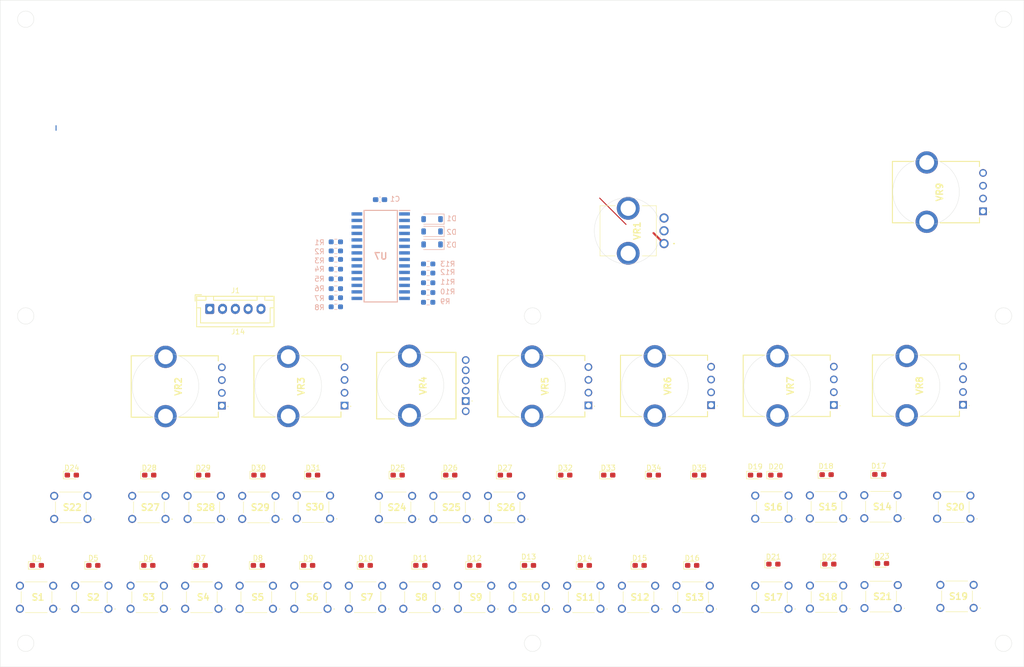
<source format=kicad_pcb>
(kicad_pcb (version 20240108) (generator "pcbnew") (generator_version "8.0")
  (layers (0 "F.Cu" signal) (31 "B.Cu" signal) (34 "B.Paste" user) (35 "F.Paste" user) (36 "B.SilkS" user "B.Silkscreen") (37 "F.SilkS" user "F.Silkscreen") (38 "B.Mask" user) (39 "F.Mask" user) (44 "Edge.Cuts" user))
  (net 0 "")
  (net 1 "GNDD")
  (net 2 "D+3.3V")
  (net 3 "COM1")
  (net 4 "COM1{slash}KS0")
  (net 5 "COM2{slash}KS1")
  (net 6 "Net-(D2-A)")
  (net 7 "COM3{slash}KS2")
  (net 8 "Net-(D3-A)")
  (net 9 "Row0")
  (net 10 "COM0")
  (net 11 "Row1")
  (net 12 "Row2")
  (net 13 "Row3")
  (net 14 "Row4")
  (net 15 "Row5")
  (net 16 "Row6")
  (net 17 "Row7")
  (net 18 "Row8")
  (net 19 "Row9")
  (net 20 "Row10")
  (net 21 "Row11")
  (net 22 "Row12")
  (net 23 "Row13")
  (net 24 "Row14")
  (net 25 "Row15")
  (net 26 "D_I2C_SDA")
  (net 28 "D_I2C_SCL")
  (net 29 "RowK3")
  (net 30 "RowK4")
  (net 31 "RowK5")
  (net 32 "RowK6")
  (net 33 "RowK7")
  (net 34 "RowK8")
  (net 35 "RowK9")
  (net 36 "RowK10")
  (net 37 "RowK11")
  (net 38 "RowK12")
  (net 39 "RowK13")
  (net 40 "RowK14")
  (net 41 "RowK15")
  (footprint "LED_SMD:LED_0603_1608Metric_Pad1.05x0.95mm_HandSolder" (layer "F.Cu") (at 322.707 158.115)
    (property "Reference" "D20")
    (property "Value" "LED")
  )
  (footprint "SamacSys_Parts:B3F1060" (layer "F.Cu") (at 233.16 164.374)
    (property "Reference" "S30")
    (property "Value" "B3F-1000S" (hide yes))
  )
  (footprint "SamacSys_Parts:PTV1124420AA504" (layer "F.Cu") (at 262.2257 143.632 90)
    (property "Reference" "VR4")
    (property "Value" "50K(B)2連" (hide yes))
  )
  (footprint "LED_SMD:LED_0603_1608Metric_Pad1.05x0.95mm_HandSolder" (layer "F.Cu") (at 306.463 175.768)
    (property "Reference" "D16")
    (property "Value" "LED")
  )
  (footprint "LED_SMD:LED_0603_1608Metric_Pad1.05x0.95mm_HandSolder" (layer "F.Cu") (at 253.363 175.768)
    (property "Reference" "D11")
    (property "Value" "LED")
  )
  (footprint "SamacSys_Parts:B3F1060" (layer "F.Cu") (at 333.375 164.338)
    (property "Reference" "S15")
    (property "Value" "B3F-1000S" (hide yes))
  )
  (footprint "SamacSys_Parts:B3F1060" (layer "F.Cu") (at 322.707 181.991)
    (property "Reference" "S17")
    (property "Value" "B3F-1000S" (hide yes))
  )
  (footprint "LED_SMD:LED_0603_1608Metric_Pad1.05x0.95mm_HandSolder" (layer "F.Cu") (at 298.972 158.115)
    (property "Reference" "D34")
    (property "Value" "LED")
  )
  (footprint "LED_SMD:LED_0603_1608Metric_Pad1.05x0.95mm_HandSolder" (layer "F.Cu") (at 178.447 175.768)
    (property "Reference" "D4")
    (property "Value" "LED")
  )
  (footprint "SamacSys_Parts:B3F1060" (layer "F.Cu") (at 211.824 164.429)
    (property "Reference" "S28")
    (property "Value" "B3F-1000S" (hide yes))
  )
  (footprint "LED_SMD:LED_0603_1608Metric_Pad1.05x0.95mm_HandSolder" (layer "F.Cu") (at 285.485 175.768)
    (property "Reference" "D14")
    (property "Value" "LED")
  )
  (footprint "LED_SMD:LED_0603_1608Metric_Pad1.05x0.95mm_HandSolder" (layer "F.Cu") (at 333.248 175.514)
    (property "Reference" "D22")
    (property "Value" "LED")
  )
  (footprint "SamacSys_Parts:B3F1060" (layer "F.Cu") (at 275.299 181.991)
    (property "Reference" "S10")
    (property "Value" "B3F-1000S" (hide yes))
  )
  (footprint "LED_SMD:LED_0603_1608Metric_Pad1.05x0.95mm_HandSolder" (layer "F.Cu") (at 281.672 158.115)
    (property "Reference" "D32")
    (property "Value" "LED")
  )
  (footprint "SamacSys_Parts:B3F1060" (layer "F.Cu") (at 253.963 181.991)
    (property "Reference" "S8")
    (property "Value" "B3F-1000S" (hide yes))
  )
  (footprint "SamacSys_Parts:B3F1060" (layer "F.Cu") (at 211.351 181.991)
    (property "Reference" "S4")
    (property "Value" "B3F-1000S" (hide yes))
  )
  (footprint "LED_SMD:LED_0603_1608Metric_Pad1.05x0.95mm_HandSolder" (layer "F.Cu") (at 296.201 175.768)
    (property "Reference" "D15")
    (property "Value" "LED")
  )
  (footprint "SamacSys_Parts:B3F1060" (layer "F.Cu") (at 249.185 164.429)
    (property "Reference" "S24")
    (property "Value" "B3F-1000S" (hide yes))
  )
  (footprint "LED_SMD:LED_0603_1608Metric_Pad1.05x0.95mm_HandSolder" (layer "F.Cu") (at 200.406 158.115)
    (property "Reference" "D28")
    (property "Value" "LED")
  )
  (footprint "SamacSys_Parts:B3F1060" (layer "F.Cu") (at 221.996 181.991)
    (property "Reference" "S5")
    (property "Value" "B3F-1000S" (hide yes))
  )
  (footprint "SamacSys_Parts:B3F1060" (layer "F.Cu") (at 264.631 181.991)
    (property "Reference" "S9")
    (property "Value" "B3F-1000S" (hide yes))
  )
  (footprint "SamacSys_Parts:B3F1060" (layer "F.Cu") (at 200.685 181.991)
    (property "Reference" "S3")
    (property "Value" "B3F-1000S" (hide yes))
  )
  (footprint "LED_SMD:LED_0603_1608Metric_Pad1.05x0.95mm_HandSolder" (layer "F.Cu") (at 200.226 175.768)
    (property "Reference" "D6")
    (property "Value" "LED")
  )
  (footprint "SamacSys_Parts:B3F1060" (layer "F.Cu") (at 333.388 181.955)
    (property "Reference" "S18")
    (property "Value" "B3F-1000S" (hide yes))
  )
  (footprint "SamacSys_Parts:B3F1060" (layer "F.Cu") (at 307.326 181.991)
    (property "Reference" "S13")
    (property "Value" "B3F-1000S" (hide yes))
  )
  (footprint "SamacSys_Parts:B3F1060" (layer "F.Cu") (at 179.07 181.991)
    (property "Reference" "S1")
    (property "Value" "B3F-1000S" (hide yes))
  )
  (footprint "LED_SMD:LED_0603_1608Metric_Pad1.05x0.95mm_HandSolder" (layer "F.Cu") (at 189.482 175.768)
    (property "Reference" "D5")
    (property "Value" "LED")
  )
  (footprint "LED_SMD:LED_0603_1608Metric_Pad1.05x0.95mm_HandSolder" (layer "F.Cu") (at 221.627 175.768)
    (property "Reference" "D8")
    (property "Value" "LED")
  )
  (footprint "SamacSys_Parts:B3F1060" (layer "F.Cu") (at 296.66 181.991)
    (property "Reference" "S12")
    (property "Value" "B3F-1000S" (hide yes))
  )
  (footprint "SamacSys_Parts:B3F1060" (layer "F.Cu") (at 270.498 164.429)
    (property "Reference" "S26")
    (property "Value" "B3F-1000S" (hide yes))
  )
  (footprint "LED_SMD:LED_0603_1608Metric_Pad1.05x0.95mm_HandSolder" (layer "F.Cu") (at 269.875 158.115)
    (property "Reference" "D27")
    (property "Value" "LED")
  )
  (footprint "LED_SMD:LED_0603_1608Metric_Pad1.05x0.95mm_HandSolder" (layer "F.Cu") (at 322.326 175.514)
    (property "Reference" "D21")
    (property "Value" "LED")
  )
  (footprint "LED_SMD:LED_0603_1608Metric_Pad1.05x0.95mm_HandSolder" (layer "F.Cu") (at 307.834 158.115)
    (property "Reference" "D35")
    (property "Value" "LED")
  )
  (footprint "SamacSys_Parts:PTV1113420AA103" (layer "F.Cu") (at 310.1623 144.437 90)
    (property "Reference" "VR6")
    (property "Value" "1M(A)" (hide yes))
  )
  (footprint "SamacSys_Parts:B3F1060" (layer "F.Cu") (at 189.865 181.991)
    (property "Reference" "S2")
    (property "Value" "B3F-1000S" (hide yes))
  )
  (footprint "LED_SMD:LED_0603_1608Metric_Pad1.05x0.95mm_HandSolder" (layer "F.Cu") (at 259.207 158.115)
    (property "Reference" "D26")
    (property "Value" "LED")
  )
  (footprint "LED_SMD:LED_0603_1608Metric_Pad1.05x0.95mm_HandSolder" (layer "F.Cu") (at 210.947 158.115)
    (property "Reference" "D29")
    (property "Value" "LED")
  )
  (footprint "LED_SMD:LED_0603_1608Metric_Pad1.05x0.95mm_HandSolder" (layer "F.Cu") (at 210.46 175.768)
    (property "Reference" "D7")
    (property "Value" "LED")
  )
  (footprint "LED_SMD:LED_0603_1608Metric_Pad1.05x0.95mm_HandSolder" (layer "F.Cu") (at 185.284 158.115)
    (property "Reference" "D24")
    (property "Value" "LED")
  )
  (footprint "Connector_JST:JST_XH_B5B-XH-A_1x05_P2.50mm_Vertical" (layer "F.Cu") (at 212.209 125.642)
    (property "Reference" "J14")
    (property "Value" "Conn_01x05")
  )
  (footprint "LED_SMD:LED_0603_1608Metric_Pad1.05x0.95mm_HandSolder" (layer "F.Cu") (at 343.549 175.387)
    (property "Reference" "D23")
    (property "Value" "LED")
  )
  (footprint "SamacSys_Parts:B3F1060" (layer "F.Cu") (at 243.32 181.991)
    (property "Reference" "S7")
    (property "Value" "B3F-1000S" (hide yes))
  )
  (footprint "SamacSys_Parts:B3F1060" (layer "F.Cu") (at 285.967 181.991)
    (property "Reference" "S11")
    (property "Value" "B3F-1000S" (hide yes))
  )
  (footprint "SamacSys_Parts:B3F1060" (layer "F.Cu") (at 201.006 164.429)
    (property "Reference" "S27")
    (property "Value" "B3F-1000S" (hide yes))
  )
  (footprint "SamacSys_Parts:B3F1060" (layer "F.Cu") (at 344.008 164.302)
    (property "Reference" "S14")
    (property "Value" "B3F-1000S" (hide yes))
  )
  (footprint "SamacSys_Parts:PTV1113420AA103" (layer "F.Cu") (at 238.5573 144.5195 90)
    (property "Reference" "VR3")
    (property "Value" "50K(A)" (hide yes))
  )
  (footprint "SamacSys_Parts:PTV1113420AA103" (layer "F.Cu") (at 214.589 144.547 90)
    (property "Reference" "VR2")
    (property "Value" "50K(B)" (hide yes))
  )
  (footprint "LED_SMD:LED_0603_1608Metric_Pad1.05x0.95mm_HandSolder" (layer "F.Cu") (at 231.443 175.768)
    (property "Reference" "D9")
    (property "Value" "LED")
  )
  (footprint "SamacSys_Parts:B3F1060" (layer "F.Cu") (at 322.707 164.374)
    (property "Reference" "S16")
    (property "Value" "B3F-1000S" (hide yes))
  )
  (footprint "LED_SMD:LED_0603_1608Metric_Pad1.05x0.95mm_HandSolder" (layer "F.Cu") (at 263.895 175.768)
    (property "Reference" "D12")
    (property "Value" "LED")
  )
  (footprint "SamacSys_Parts:B3F1060" (layer "F.Cu") (at 358.232 164.374)
    (property "Reference" "S20")
    (property "Value" "B3F-1000S" (hide yes))
  )
  (footprint "SamacSys_Parts:B3F1060" (layer "F.Cu") (at 358.867 181.828)
    (property "Reference" "S19")
    (property "Value" "B3F-1000S" (hide yes))
  )
  (footprint "SamacSys_Parts:PTV1113420AA103" (layer "F.Cu") (at 359.369 144.377 90)
    (property "Reference" "VR8")
    (property "Value" "50K(B)" (hide yes))
  )
  (footprint "SamacSys_Parts:B3F1060" (layer "F.Cu") (at 259.83 164.429)
    (property "Reference" "S25")
    (property "Value" "B3F-1000S" (hide yes))
  )
  (footprint "LED_SMD:LED_0603_1608Metric_Pad1.05x0.95mm_HandSolder" (layer "F.Cu") (at 274.586 175.768)
    (property "Reference" "D13")
    (property "Value" "LED")
  )
  (footprint "SamacSys_Parts:B3F1060" (layer "F.Cu") (at 222.492 164.429)
    (property "Reference" "S29")
    (property "Value" "B3F-1000S" (hide yes))
  )
  (footprint "LED_SMD:LED_0603_1608Metric_Pad1.05x0.95mm_HandSolder" (layer "F.Cu") (at 318.742 158.115)
    (property "Reference" "D19")
    (property "Value" "LED")
  )
  (footprint "SamacSys_Parts:PTV1113420AA103" (layer "F.Cu") (at 334.1307 144.4095 90)
    (property "Reference" "VR7")
    (property "Value" "50K(B)" (hide yes))
  )
  (footprint "SamacSys_Parts:B3F1060" (layer "F.Cu") (at 344.045 181.864)
    (property "Reference" "S21")
    (property "Value" "B3F-1000S" (hide yes))
  )
  (footprint "SamacSys_Parts:PTV1113420AA103" (layer "F.Cu") (at 363.279 106.547 90)
    (property "Reference" "VR9")
    (property "Value" "10K(A)" (hide yes))
  )
  (footprint "SamacSys_Parts:RK09D117000B" (layer "F.Cu") (at 300.964 112.862 90)
    (property "Reference" "VR1")
    (property "Value" "RK09D117000B" (hide yes))
  )
  (footprint "LED_SMD:LED_0603_1608Metric_Pad1.05x0.95mm_HandSolder" (layer "F.Cu") (at 332.727 158.024)
    (property "Reference" "D18")
    (property "Value" "LED")
  )
  (footprint "SamacSys_Parts:B3F1060" (layer "F.Cu") (at 232.664 181.991)
    (property "Reference" "S6")
    (property "Value" "B3F-1000S" (hide yes))
  )
  (footprint "LED_SMD:LED_0603_1608Metric_Pad1.05x0.95mm_HandSolder" (layer "F.Cu") (at 290.068 158.115)
    (property "Reference" "D33")
    (property "Value" "LED")
  )
  (footprint "SamacSys_Parts:PTV1113420AA103" (layer "F.Cu") (at 286.194 144.492 90)
    (property "Reference" "VR5")
    (property "Value" "50K(A)" (hide yes))
  )
  (footprint "LED_SMD:LED_0603_1608Metric_Pad1.05x0.95mm_HandSolder" (layer "F.Cu") (at 343.018 157.988)
    (property "Reference" "D17")
    (property "Value" "LED")
  )
  (footprint "SamacSys_Parts:B3F1060" (layer "F.Cu") (at 185.766 164.429)
    (property "Reference" "S22")
    (property "Value" "B3F-1000S" (hide yes))
  )
  (footprint "LED_SMD:LED_0603_1608Metric_Pad1.05x0.95mm_HandSolder" (layer "F.Cu") (at 232.41 158.115)
    (property "Reference" "D31")
    (property "Value" "LED")
  )
  (footprint "Connector_JST:JST_XH_B5B-XH-A_1x05_P2.50mm_Vertical" (layer "F.Cu") (at 212.25 125.603)
    (property "Reference" "J1")
    (property "Value" "Conn_01x05")
  )
  (footprint "LED_SMD:LED_0603_1608Metric_Pad1.05x0.95mm_HandSolder" (layer "F.Cu") (at 248.929 158.115)
    (property "Reference" "D25")
    (property "Value" "LED")
  )
  (footprint "LED_SMD:LED_0603_1608Metric_Pad1.05x0.95mm_HandSolder" (layer "F.Cu") (at 221.742 158.115)
    (property "Reference" "D30")
    (property "Value" "LED")
  )
  (footprint "LED_SMD:LED_0603_1608Metric_Pad1.05x0.95mm_HandSolder" (layer "F.Cu") (at 242.697 175.768)
    (property "Reference" "D10")
    (property "Value" "LED")
  )
  (footprint "Diode_SMD:D_SOD-123" (layer "B.Cu") (at 255.651 108.077 180)
    (property "Reference" "D1")
    (property "Value" "1N4148W")
  )
  (footprint "Resistor_SMD:R_0603_1608Metric_Pad0.98x0.95mm_HandSolder" (layer "B.Cu") (at 254.889 122.428)
    (property "Reference" "R10")
    (property "Value" "39k")
  )
  (footprint "Resistor_SMD:R_0603_1608Metric_Pad0.98x0.95mm_HandSolder" (layer "B.Cu") (at 236.855 121.666 180)
    (property "Reference" "R6")
    (property "Value" "39k")
  )
  (footprint "Resistor_SMD:R_0603_1608Metric_Pad0.98x0.95mm_HandSolder" (layer "B.Cu") (at 254.889 120.523)
    (property "Reference" "R11")
    (property "Value" "39k")
  )
  (footprint "Resistor_SMD:R_0603_1608Metric_Pad0.98x0.95mm_HandSolder" (layer "B.Cu") (at 254.889 118.618)
    (property "Reference" "R12")
    (property "Value" "39k")
  )
  (footprint "Diode_SMD:D_SOD-123" (layer "B.Cu") (at 255.651 110.49 180)
    (property "Reference" "D2")
    (property "Value" "1N4148W")
  )
  (footprint "Resistor_SMD:R_0603_1608Metric_Pad0.98x0.95mm_HandSolder" (layer "B.Cu") (at 236.855 114.3 180)
    (property "Reference" "R2")
    (property "Value" "39k")
  )
  (footprint "Resistor_SMD:R_0603_1608Metric_Pad0.98x0.95mm_HandSolder" (layer "B.Cu") (at 236.855 125.222 180)
    (property "Reference" "R8")
    (property "Value" "39k")
  )
  (footprint "Resistor_SMD:R_0603_1608Metric_Pad0.98x0.95mm_HandSolder" (layer "B.Cu") (at 236.855 117.856 180)
    (property "Reference" "R4")
    (property "Value" "39k")
  )
  (footprint "Resistor_SMD:R_0603_1608Metric_Pad0.98x0.95mm_HandSolder" (layer "B.Cu") (at 254.889 116.84)
    (property "Reference" "R13")
    (property "Value" "39k")
  )
  (footprint "Resistor_SMD:R_0603_1608Metric_Pad0.98x0.95mm_HandSolder" (layer "B.Cu") (at 236.855 123.444 180)
    (property "Reference" "R7")
    (property "Value" "39k")
  )
  (footprint "Resistor_SMD:R_0603_1608Metric_Pad0.98x0.95mm_HandSolder" (layer "B.Cu") (at 236.855 112.522 180)
    (property "Reference" "R1")
    (property "Value" "39k")
  )
  (footprint "Resistor_SMD:R_0603_1608Metric_Pad0.98x0.95mm_HandSolder" (layer "B.Cu") (at 236.855 119.761 180)
    (property "Reference" "R5")
    (property "Value" "39k")
  )
  (footprint "Capacitor_SMD:C_0603_1608Metric_Pad1.08x0.95mm_HandSolder" (layer "B.Cu") (at 245.491 104.267)
    (property "Reference" "C1")
    (property "Value" "0.1uF")
  )
  (footprint "Resistor_SMD:R_0603_1608Metric_Pad0.98x0.95mm_HandSolder" (layer "B.Cu") (at 254.889 124.333)
    (property "Reference" "R9")
    (property "Value" "39k")
  )
  (footprint "Diode_SMD:D_SOD-123" (layer "B.Cu") (at 255.651 113.03 180)
    (property "Reference" "D3")
    (property "Value" "1N4148W")
  )
  (footprint "SamacSys_Parts:SOIC127P1031X264-28N" (layer "B.Cu") (at 245.618 115.316 180)
    (property "Reference" "U7")
    (property "Value" "HT16K33_28SOP-A_" (hide yes))
  )
  (footprint "Resistor_SMD:R_0603_1608Metric_Pad0.98x0.95mm_HandSolder" (layer "B.Cu") (at 236.855 115.951 180)
    (property "Reference" "R3")
    (property "Value" "39k")
  )
  (gr_circle (center 367.279 126.997) (end 368.879 126.997) (stroke (width 0.05)) (fill none) (layer "Edge.Cuts"))
  (gr_circle (center 352.148 102.743) (end 358.648 102.743) (stroke (width 0.05)) (fill none) (layer "Edge.Cuts"))
  (gr_circle (center 323.065 140.716) (end 329.565 140.716) (stroke (width 0.05)) (fill none) (layer "Edge.Cuts"))
  (gr_circle (center 367.279 68.997) (end 368.879 68.997) (stroke (width 0.05)) (fill none) (layer "Edge.Cuts"))
  (gr_circle (center 176.279 68.997) (end 177.879 68.997) (stroke (width 0.05)) (fill none) (layer "Edge.Cuts"))
  (gr_circle (center 367.279 190.997) (end 368.879 190.997) (stroke (width 0.05)) (fill none) (layer "Edge.Cuts"))
  (gr_circle (center 299.189 140.716) (end 305.689 140.716) (stroke (width 0.05)) (fill none) (layer "Edge.Cuts"))
  (gr_circle (center 348.338 140.716) (end 354.838 140.716) (stroke (width 0.05)) (fill none) (layer "Edge.Cuts"))
  (gr_rect (start 171.279 65.267) (end 371.279 195.582) (stroke (width 0.05)) (fill none) (layer "Edge.Cuts"))
  (gr_circle (center 275.279 190.997) (end 276.879 190.997) (stroke (width 0.05)) (fill none) (layer "Edge.Cuts"))
  (gr_circle (center 293.855 110.363) (end 300.355 110.363) (stroke (width 0.05)) (fill none) (layer "Edge.Cuts"))
  (gr_circle (center 176.279 190.997) (end 177.879 190.997) (stroke (width 0.05)) (fill none) (layer "Edge.Cuts"))
  (gr_circle (center 275.186 140.843) (end 281.686 140.843) (stroke (width 0.05)) (fill none) (layer "Edge.Cuts"))
  (gr_circle (center 251.437 140.589) (end 257.937 140.589) (stroke (width 0.05)) (fill none) (layer "Edge.Cuts"))
  (gr_circle (center 203.581 140.739) (end 210.081 140.739) (stroke (width 0.05)) (fill none) (layer "Edge.Cuts"))
  (gr_circle (center 227.561 140.716) (end 234.061 140.716) (stroke (width 0.05)) (fill none) (layer "Edge.Cuts"))
  (gr_circle (center 275.279 126.997) (end 276.879 126.997) (stroke (width 0.05)) (fill none) (layer "Edge.Cuts"))
  (gr_circle (center 176.279 126.997) (end 177.879 126.997) (stroke (width 0.05)) (fill none) (layer "Edge.Cuts"))
  (segment (start 300.964 110.362) (end 300.51 109.9081) (width 0.2) (layer "F.Cu") (net 0))
  (segment (start 334.131 141.9095) (end 334.1307 141.9095) (width 0.2) (layer "F.Cu") (net 0))
  (segment (start 310.162 144.437) (end 310.1623 144.437) (width 0.2) (layer "F.Cu") (net 0))
  (segment (start 293.537 109.112) (end 288.39 103.9648) (width 0.2) (layer "F.Cu") (net 0))
  (segment (start 262.2257 145.6322) (end 262.2257 145.632) (width 0.2) (layer "B.Cu") (net 0))
  (segment (start 310.1623 139.437) (end 310.1622 139.4369) (width 0.2) (layer "B.Cu") (net 0))
  (segment (start 262.226 139.632) (end 262.2258 139.6321) (width 0.2) (layer "B.Cu") (net 0))
  (segment (start 334.1307 141.9095) (end 334.131 141.9095) (width 0.2) (layer "B.Cu") (net 0))
  (segment (start 262.226 137.632) (end 262.2257 137.632) (width 0.2) (layer "B.Cu") (net 0))
  (segment (start 310.1623 141.937) (end 310.162 141.937) (width 0.2) (layer "B.Cu") (net 0))
  (segment (start 262.2257 139.632) (end 262.2258 139.6321) (width 0.2) (layer "B.Cu") (net 0))
  (segment (start 310.162 139.437) (end 310.1622 139.4369) (width 0.2) (layer "B.Cu") (net 0))
  (segment (start 182.204 89.8068) (end 182.204 90.717) (width 0.2) (layer "B.Cu") (net 0))
  (segment (start 298.907 110.8045) (end 300.964 112.862) (width 0.4) (layer "F.Cu") (net 2))
  (segment (start 214.709 125.642) (end 215.4288 125.642) (width 0.2) (layer "F.Cu") (net 26))
  (segment (start 217.764 125.087) (end 217.209 125.642) (width 0.2) (layer "F.Cu") (net 28))
  (segment (start 217.909 125.642) (end 217.209 125.642) (width 0.2) (layer "F.Cu") (net 28))
)
</source>
